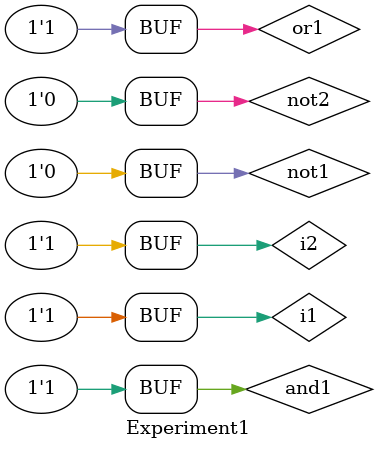
<source format=v>
module Experiment1;
    reg i1,i2; 
    wire not1,not2,and1,or1; 
    not(not1,i1);
    not(not2,i2);
    and(and1,i1,i2);
    or(or1,i1,i2);

    initial
        begin
            $dumpfile("LabExp1.vcd");
	        $dumpvars(-1, i1,i2,not1,not2,and1,or1);
	    	#1 $display(" "); 
        end
    initial begin
        #1 i1=0;
        #1 $display("Part 1: NOT Gate");
        #1 $monitor("Input = %b, Output = %b",i1,not1);
        #1 i1=1;
        #1 i1=0; i2=0;
	#1 $display(" "); 

        #1 $display("Part 2: AND Gate");
        #1 $monitor("Input1 = %b, Input2 = %b, Output = %b",i1,i2,and1);
        #1 i1=0; i2=1;
        #1 i1=1; i2=0;
        #1 i1=1; i2=1;
        #1 i1=0; i2=0;
	#1 $display(" "); 

        #1 $display("Part 3: OR Gate");
        #1 $monitor("Input1 = %b, Input2 = %b, Output = %b",i1,i2,or1);
        #1 i1=0; i2=1;
        #1 i1=1; i2=0;
        #1 i1=1; i2=1;
    end
endmodule
</source>
